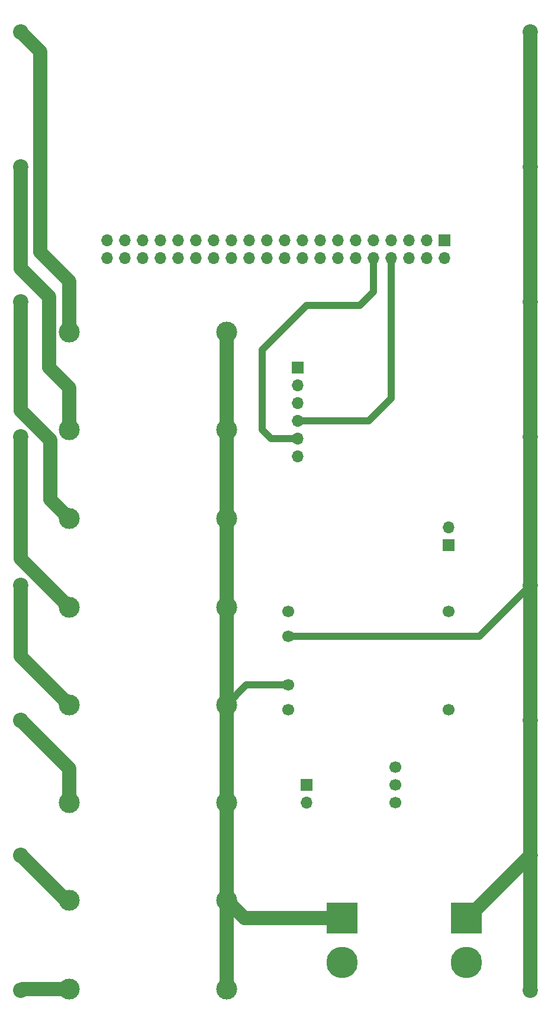
<source format=gbr>
G04 #@! TF.GenerationSoftware,KiCad,Pcbnew,(5.1.5-0-10_14)*
G04 #@! TF.CreationDate,2020-06-18T21:24:06+02:00*
G04 #@! TF.ProjectId,basepcb2,62617365-7063-4623-922e-6b696361645f,rev?*
G04 #@! TF.SameCoordinates,Original*
G04 #@! TF.FileFunction,Copper,L1,Top*
G04 #@! TF.FilePolarity,Positive*
%FSLAX46Y46*%
G04 Gerber Fmt 4.6, Leading zero omitted, Abs format (unit mm)*
G04 Created by KiCad (PCBNEW (5.1.5-0-10_14)) date 2020-06-18 21:24:06*
%MOMM*%
%LPD*%
G04 APERTURE LIST*
%ADD10C,2.200000*%
%ADD11C,3.000000*%
%ADD12R,1.700000X1.700000*%
%ADD13O,1.700000X1.700000*%
%ADD14C,1.700000*%
%ADD15C,4.500880*%
%ADD16R,4.500880X4.500880*%
%ADD17C,2.000000*%
%ADD18C,1.000000*%
G04 APERTURE END LIST*
D10*
X82850000Y-147450000D03*
X9950000Y-147450000D03*
X82850000Y-128150000D03*
X9950000Y-128150000D03*
X82850000Y-108850000D03*
X9950000Y-108850000D03*
X82850000Y-89550000D03*
X9950000Y-89550000D03*
X82850000Y-68320000D03*
X9950000Y-68320000D03*
X82850000Y-49020000D03*
X9950000Y-49020000D03*
X82850000Y-29720000D03*
X9950000Y-29720000D03*
X82850000Y-10420000D03*
X9950000Y-10420000D03*
D11*
X16870000Y-67310000D03*
X39370000Y-67310000D03*
X39370000Y-106680000D03*
X16870000Y-106680000D03*
X16870000Y-120650000D03*
X39370000Y-120650000D03*
X39370000Y-134620000D03*
X16870000Y-134620000D03*
X16870000Y-147320000D03*
X39370000Y-147320000D03*
X39370000Y-53340000D03*
X16870000Y-53340000D03*
X39370000Y-80010000D03*
X16870000Y-80010000D03*
X16870000Y-92710000D03*
X39370000Y-92710000D03*
D12*
X50800000Y-118110000D03*
D13*
X50800000Y-120650000D03*
D12*
X49530000Y-58420000D03*
D13*
X49530000Y-60960000D03*
X49530000Y-63500000D03*
X49530000Y-66040000D03*
X49530000Y-68580000D03*
X49530000Y-71120000D03*
D14*
X63500000Y-115570000D03*
X63500000Y-118110000D03*
X63500000Y-120650000D03*
X48190000Y-107330000D03*
X48190000Y-103830000D03*
X48190000Y-96830000D03*
X48190000Y-93330000D03*
X71190000Y-93330000D03*
X71190000Y-107330000D03*
D12*
X70530000Y-40230000D03*
D13*
X70530000Y-42770000D03*
X67990000Y-40230000D03*
X67990000Y-42770000D03*
X65450000Y-40230000D03*
X65450000Y-42770000D03*
X62910000Y-40230000D03*
X62910000Y-42770000D03*
X60370000Y-40230000D03*
X60370000Y-42770000D03*
X57830000Y-40230000D03*
X57830000Y-42770000D03*
X55290000Y-40230000D03*
X55290000Y-42770000D03*
X52750000Y-40230000D03*
X52750000Y-42770000D03*
X50210000Y-40230000D03*
X50210000Y-42770000D03*
X47670000Y-40230000D03*
X47670000Y-42770000D03*
X45130000Y-40230000D03*
X45130000Y-42770000D03*
X42590000Y-40230000D03*
X42590000Y-42770000D03*
X40050000Y-40230000D03*
X40050000Y-42770000D03*
X37510000Y-40230000D03*
X37510000Y-42770000D03*
X34970000Y-40230000D03*
X34970000Y-42770000D03*
X32430000Y-40230000D03*
X32430000Y-42770000D03*
X29890000Y-40230000D03*
X29890000Y-42770000D03*
X27350000Y-40230000D03*
X27350000Y-42770000D03*
X24810000Y-40230000D03*
X24810000Y-42770000D03*
X22270000Y-40230000D03*
X22270000Y-42770000D03*
D15*
X55880000Y-143510000D03*
D16*
X55880000Y-137160000D03*
X73660000Y-137160000D03*
D15*
X73660000Y-143510000D03*
D12*
X71120000Y-83820000D03*
D13*
X71120000Y-81280000D03*
D17*
X39370000Y-147320000D02*
X39370000Y-134620000D01*
X39370000Y-134620000D02*
X39370000Y-120650000D01*
X39370000Y-120650000D02*
X39370000Y-106680000D01*
X39370000Y-106680000D02*
X39370000Y-92710000D01*
X39370000Y-92710000D02*
X39370000Y-80010000D01*
X39370000Y-80010000D02*
X39370000Y-67310000D01*
X39370000Y-67310000D02*
X39370000Y-53340000D01*
X41910000Y-137160000D02*
X39370000Y-134620000D01*
X55880000Y-137160000D02*
X41910000Y-137160000D01*
D18*
X42220000Y-103830000D02*
X48190000Y-103830000D01*
X39370000Y-106680000D02*
X42220000Y-103830000D01*
D17*
X9950000Y-99760000D02*
X9950000Y-89550000D01*
X16870000Y-106680000D02*
X9950000Y-99760000D01*
X16870000Y-115770000D02*
X9950000Y-108850000D01*
X16870000Y-120650000D02*
X16870000Y-115770000D01*
X16420000Y-134620000D02*
X9950000Y-128150000D01*
X16870000Y-134620000D02*
X16420000Y-134620000D01*
X10080000Y-147320000D02*
X9950000Y-147450000D01*
X16870000Y-147320000D02*
X10080000Y-147320000D01*
X12700000Y-41910000D02*
X12700000Y-13170000D01*
X16870000Y-46080000D02*
X12700000Y-41910000D01*
X12700000Y-13170000D02*
X9950000Y-10420000D01*
X16870000Y-53340000D02*
X16870000Y-46080000D01*
X16870000Y-67310000D02*
X16870000Y-61320000D01*
X16870000Y-61320000D02*
X13970000Y-58420000D01*
X13970000Y-58420000D02*
X13970000Y-48260000D01*
X9950000Y-44240000D02*
X9950000Y-29720000D01*
X13970000Y-48260000D02*
X9950000Y-44240000D01*
X14169999Y-77309999D02*
X14169999Y-68779999D01*
X16870000Y-80010000D02*
X14169999Y-77309999D01*
X9950000Y-64560000D02*
X9950000Y-49020000D01*
X14169999Y-68779999D02*
X9950000Y-64560000D01*
X9950000Y-85790000D02*
X9950000Y-68320000D01*
X16870000Y-92710000D02*
X9950000Y-85790000D01*
X82850000Y-108850000D02*
X82850000Y-128150000D01*
X82850000Y-108850000D02*
X82850000Y-89550000D01*
X82850000Y-88135787D02*
X82850000Y-68320000D01*
X82850000Y-89550000D02*
X82850000Y-88135787D01*
X82850000Y-68320000D02*
X82850000Y-49020000D01*
X82850000Y-49020000D02*
X82850000Y-29720000D01*
X82850000Y-29720000D02*
X82850000Y-10420000D01*
X82850000Y-147450000D02*
X82850000Y-128150000D01*
X73840000Y-137160000D02*
X82850000Y-128150000D01*
X73660000Y-137160000D02*
X73840000Y-137160000D01*
D18*
X75570000Y-96830000D02*
X82850000Y-89550000D01*
X48190000Y-96830000D02*
X75570000Y-96830000D01*
X49530000Y-66040000D02*
X59690000Y-66040000D01*
X62910000Y-62820000D02*
X62910000Y-42770000D01*
X59690000Y-66040000D02*
X62910000Y-62820000D01*
X49530000Y-68580000D02*
X45720000Y-68580000D01*
X45720000Y-68580000D02*
X44450000Y-67310000D01*
X44450000Y-67310000D02*
X44450000Y-55880000D01*
X44450000Y-55880000D02*
X50800000Y-49530000D01*
X50800000Y-49530000D02*
X58420000Y-49530000D01*
X60370000Y-47580000D02*
X60370000Y-42770000D01*
X58420000Y-49530000D02*
X60370000Y-47580000D01*
M02*

</source>
